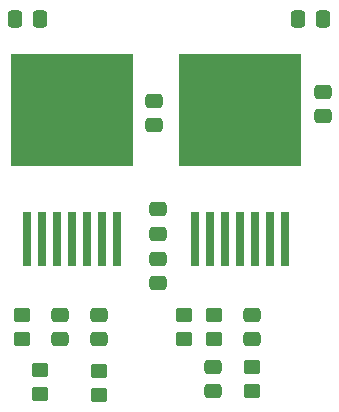
<source format=gtp>
%TF.GenerationSoftware,KiCad,Pcbnew,8.0.3-8.0.3-0~ubuntu22.04.1*%
%TF.CreationDate,2024-06-26T16:43:43-04:00*%
%TF.ProjectId,drive_27A,64726976-655f-4323-9741-2e6b69636164,rev?*%
%TF.SameCoordinates,Original*%
%TF.FileFunction,Paste,Top*%
%TF.FilePolarity,Positive*%
%FSLAX46Y46*%
G04 Gerber Fmt 4.6, Leading zero omitted, Abs format (unit mm)*
G04 Created by KiCad (PCBNEW 8.0.3-8.0.3-0~ubuntu22.04.1) date 2024-06-26 16:43:43*
%MOMM*%
%LPD*%
G01*
G04 APERTURE LIST*
G04 Aperture macros list*
%AMRoundRect*
0 Rectangle with rounded corners*
0 $1 Rounding radius*
0 $2 $3 $4 $5 $6 $7 $8 $9 X,Y pos of 4 corners*
0 Add a 4 corners polygon primitive as box body*
4,1,4,$2,$3,$4,$5,$6,$7,$8,$9,$2,$3,0*
0 Add four circle primitives for the rounded corners*
1,1,$1+$1,$2,$3*
1,1,$1+$1,$4,$5*
1,1,$1+$1,$6,$7*
1,1,$1+$1,$8,$9*
0 Add four rect primitives between the rounded corners*
20,1,$1+$1,$2,$3,$4,$5,0*
20,1,$1+$1,$4,$5,$6,$7,0*
20,1,$1+$1,$6,$7,$8,$9,0*
20,1,$1+$1,$8,$9,$2,$3,0*%
G04 Aperture macros list end*
%ADD10R,0.762000X4.683400*%
%ADD11R,10.312400X9.557400*%
%ADD12RoundRect,0.250000X0.475000X-0.337500X0.475000X0.337500X-0.475000X0.337500X-0.475000X-0.337500X0*%
%ADD13RoundRect,0.250000X-0.475000X0.337500X-0.475000X-0.337500X0.475000X-0.337500X0.475000X0.337500X0*%
%ADD14RoundRect,0.250000X-0.337500X-0.475000X0.337500X-0.475000X0.337500X0.475000X-0.337500X0.475000X0*%
%ADD15RoundRect,0.250000X0.450000X-0.350000X0.450000X0.350000X-0.450000X0.350000X-0.450000X-0.350000X0*%
%ADD16RoundRect,0.250000X-0.450000X0.350000X-0.450000X-0.350000X0.450000X-0.350000X0.450000X0.350000X0*%
%ADD17RoundRect,0.250000X0.337500X0.475000X-0.337500X0.475000X-0.337500X-0.475000X0.337500X-0.475000X0*%
G04 APERTURE END LIST*
D10*
%TO.C,U5*%
X32740000Y-43158300D03*
X34010000Y-43158300D03*
X35280000Y-43158300D03*
X36550000Y-43158300D03*
X37820000Y-43158300D03*
X39090000Y-43158300D03*
X40360000Y-43158300D03*
D11*
X36550000Y-32278700D03*
%TD*%
D12*
%TO.C,C10*%
X29600000Y-46917100D03*
X29600000Y-44842100D03*
%TD*%
D13*
%TO.C,C13*%
X29600000Y-40629600D03*
X29600000Y-42704600D03*
%TD*%
D12*
%TO.C,C8*%
X43500000Y-32787500D03*
X43500000Y-30712500D03*
%TD*%
%TO.C,C7*%
X29250000Y-33537500D03*
X29250000Y-31462500D03*
%TD*%
D14*
%TO.C,C12*%
X41462500Y-24500000D03*
X43537500Y-24500000D03*
%TD*%
D15*
%TO.C,R12*%
X37500000Y-56000000D03*
X37500000Y-54000000D03*
%TD*%
%TO.C,R11*%
X24600000Y-56379600D03*
X24600000Y-54379600D03*
%TD*%
D10*
%TO.C,U4*%
X18440000Y-43158300D03*
X19710000Y-43158300D03*
X20980000Y-43158300D03*
X22250000Y-43158300D03*
X23520000Y-43158300D03*
X24790000Y-43158300D03*
X26060000Y-43158300D03*
D11*
X22250000Y-32278700D03*
%TD*%
D13*
%TO.C,C9*%
X24600000Y-49592100D03*
X24600000Y-51667100D03*
%TD*%
D16*
%TO.C,R10*%
X34300000Y-49629600D03*
X34300000Y-51629600D03*
%TD*%
D17*
%TO.C,C11*%
X19537500Y-24500000D03*
X17462500Y-24500000D03*
%TD*%
D13*
%TO.C,C14*%
X37500000Y-49592100D03*
X37500000Y-51667100D03*
%TD*%
%TO.C,C16*%
X34250000Y-53962500D03*
X34250000Y-56037500D03*
%TD*%
D16*
%TO.C,R9*%
X19550000Y-54250000D03*
X19550000Y-56250000D03*
%TD*%
D13*
%TO.C,C15*%
X21300000Y-49592100D03*
X21300000Y-51667100D03*
%TD*%
D16*
%TO.C,R8*%
X31750000Y-49629600D03*
X31750000Y-51629600D03*
%TD*%
%TO.C,R7*%
X18050000Y-49600000D03*
X18050000Y-51600000D03*
%TD*%
M02*

</source>
